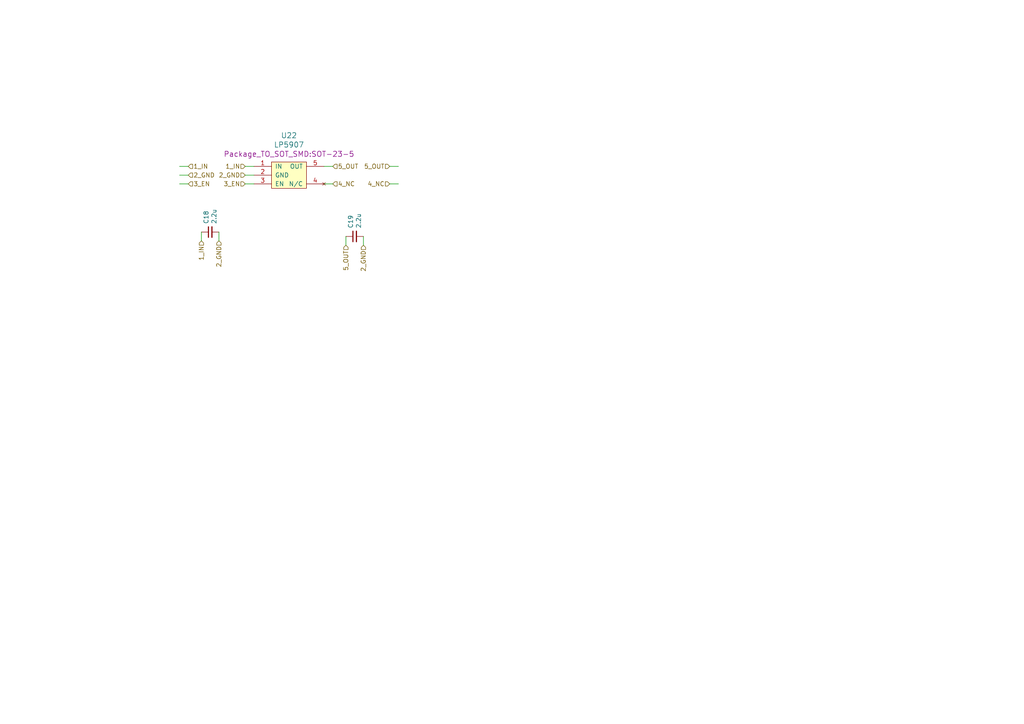
<source format=kicad_sch>
(kicad_sch (version 20210621) (generator eeschema)
  (paper "A4")
  (lib_symbols
    (symbol "FreeEEG32-ads131-rescue:C_Small-Device" (pin_numbers hide) (pin_names (offset 0.254) hide)
      (property "Reference" "C" (at 0.254 1.778 0))
      (property "Value" "C_Small-Device" (at 0.254 -2.032 0))
      (symbol "C_Small-Device_0_1"
        (polyline (pts (xy -1.524 -0.508) (xy 1.524 -0.508)) (stroke (width 0.3302)))
        (polyline (pts (xy -1.524 0.508) (xy 1.524 0.508)) (stroke (width 0.3048)))
      )
      (symbol "C_Small-Device_1_1"
        (pin passive line (at 0 2.54 270) (length 2.032) (name "~") (number "1"))
        (pin passive line (at 0 -2.54 90) (length 2.032) (name "~") (number "2"))
      )
    )
    (symbol "FreeEEG32-ads131-rescue:LP5907-lp5907" (pin_names (offset 1.016))
      (property "Reference" "U" (at 0 5.08 0))
      (property "Value" "LP5907-lp5907" (at 0 -5.08 0))
      (symbol "LP5907-lp5907_0_1"
        (rectangle (start -5.08 3.81) (end 5.08 -3.81) (fill (type background)))
      )
      (symbol "LP5907-lp5907_1_1"
        (pin input line (at -10.16 2.54 0) (length 5.08) (name "IN") (number "1"))
        (pin input line (at -10.16 0 0) (length 5.08) (name "GND") (number "2"))
        (pin input line (at -10.16 -2.54 0) (length 5.08) (name "EN") (number "3"))
        (pin no_connect line (at 10.16 -2.54 180) (length 5.08) (name "N/C") (number "4"))
        (pin output line (at 10.16 2.54 180) (length 5.08) (name "OUT") (number "5"))
      )
    )
  )
  (wire (pts (xy 54.61 48.26) (xy 52.07 48.26)))
  (wire (pts (xy 54.61 50.8) (xy 52.07 50.8)))
  (wire (pts (xy 54.61 53.34) (xy 52.07 53.34)))
  (wire (pts (xy 58.42 69.85) (xy 58.42 67.31)))
  (wire (pts (xy 63.5 69.85) (xy 63.5 67.31)))
  (wire (pts (xy 71.12 48.26) (xy 73.66 48.26)))
  (wire (pts (xy 71.12 50.8) (xy 73.66 50.8)))
  (wire (pts (xy 71.12 53.34) (xy 73.66 53.34)))
  (wire (pts (xy 96.52 48.26) (xy 93.98 48.26)))
  (wire (pts (xy 96.52 53.34) (xy 93.98 53.34)))
  (wire (pts (xy 100.33 71.12) (xy 100.33 68.58)))
  (wire (pts (xy 105.41 71.12) (xy 105.41 68.58)))
  (wire (pts (xy 113.03 48.26) (xy 115.57 48.26)))
  (wire (pts (xy 113.03 53.34) (xy 115.57 53.34)))
  (hierarchical_label "1_IN" (shape input) (at 54.61 48.26 0))
  (hierarchical_label "2_GND" (shape input) (at 54.61 50.8 0))
  (hierarchical_label "3_EN" (shape input) (at 54.61 53.34 0))
  (hierarchical_label "1_IN" (shape input) (at 58.42 69.85 270))
  (hierarchical_label "2_GND" (shape input) (at 63.5 69.85 270))
  (hierarchical_label "1_IN" (shape input) (at 71.12 48.26 180))
  (hierarchical_label "2_GND" (shape input) (at 71.12 50.8 180))
  (hierarchical_label "3_EN" (shape input) (at 71.12 53.34 180))
  (hierarchical_label "5_OUT" (shape input) (at 96.52 48.26 0))
  (hierarchical_label "4_NC" (shape input) (at 96.52 53.34 0))
  (hierarchical_label "5_OUT" (shape input) (at 100.33 71.12 270))
  (hierarchical_label "2_GND" (shape input) (at 105.41 71.12 270))
  (hierarchical_label "5_OUT" (shape input) (at 113.03 48.26 180))
  (hierarchical_label "4_NC" (shape input) (at 113.03 53.34 180))
  (symbol (lib_id "FreeEEG32-ads131-rescue:C_Small-Device") (at 60.96 67.31 90) (unit 1)
    (property "Reference" "C18" (at 59.7916 64.9732 0) (effects (justify left)))
    (property "Value" "2.2u" (at 62.103 64.9732 0) (effects (justify left)))
    (property "Footprint" "Capacitor_SMD:C_0603_1608Metric" (effects hide))
    (property "MNP" "GRM188R71A225KE15D" (effects hide))
  )
  (symbol (lib_id "FreeEEG32-ads131-rescue:C_Small-Device") (at 102.87 68.58 90) (unit 1)
    (property "Reference" "C19" (at 101.7016 66.2432 0) (effects (justify left)))
    (property "Value" "2.2u" (at 104.013 66.2432 0) (effects (justify left)))
    (property "Footprint" "Capacitor_SMD:C_0603_1608Metric" (effects hide))
    (property "MNP" "GRM188R71A225KE15D" (effects hide))
  )
  (symbol (lib_id "FreeEEG32-ads131-rescue:LP5907-lp5907") (at 83.82 50.8 0) (unit 1)
    (property "Reference" "U22" (at 83.82 39.2938 0) (effects (font (size 1.524 1.524))))
    (property "Value" "LP5907" (at 83.82 41.9862 0) (effects (font (size 1.524 1.524))))
    (property "Footprint" "Package_TO_SOT_SMD:SOT-23-5" (at 83.82 44.6786 0) (effects (font (size 1.524 1.524))))
    (property "MNP" "LP5907QMFX-3.3Q1" (effects hide))
    (property "Manufacturer" "Texas Instruments" (effects hide))
  )
)
</source>
